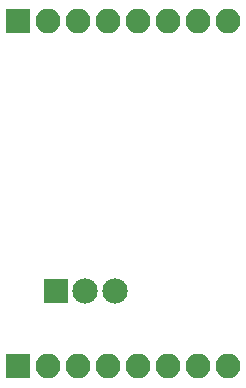
<source format=gbs>
G04 #@! TF.FileFunction,Soldermask,Bot*
%FSLAX46Y46*%
G04 Gerber Fmt 4.6, Leading zero omitted, Abs format (unit mm)*
G04 Created by KiCad (PCBNEW 4.0.7-e2-6376~58~ubuntu17.04.1) date Thu Oct  5 12:14:12 2017*
%MOMM*%
%LPD*%
G01*
G04 APERTURE LIST*
%ADD10C,0.100000*%
%ADD11R,2.150000X2.150000*%
%ADD12C,2.150000*%
%ADD13R,2.100000X2.100000*%
%ADD14O,2.100000X2.100000*%
G04 APERTURE END LIST*
D10*
D11*
X147320000Y-114935000D03*
D12*
X149820000Y-114935000D03*
X152320000Y-114935000D03*
D13*
X144145000Y-121285000D03*
D14*
X146685000Y-121285000D03*
X149225000Y-121285000D03*
X151765000Y-121285000D03*
X154305000Y-121285000D03*
X156845000Y-121285000D03*
X159385000Y-121285000D03*
X161925000Y-121285000D03*
D13*
X144145000Y-92075000D03*
D14*
X146685000Y-92075000D03*
X149225000Y-92075000D03*
X151765000Y-92075000D03*
X154305000Y-92075000D03*
X156845000Y-92075000D03*
X159385000Y-92075000D03*
X161925000Y-92075000D03*
M02*

</source>
